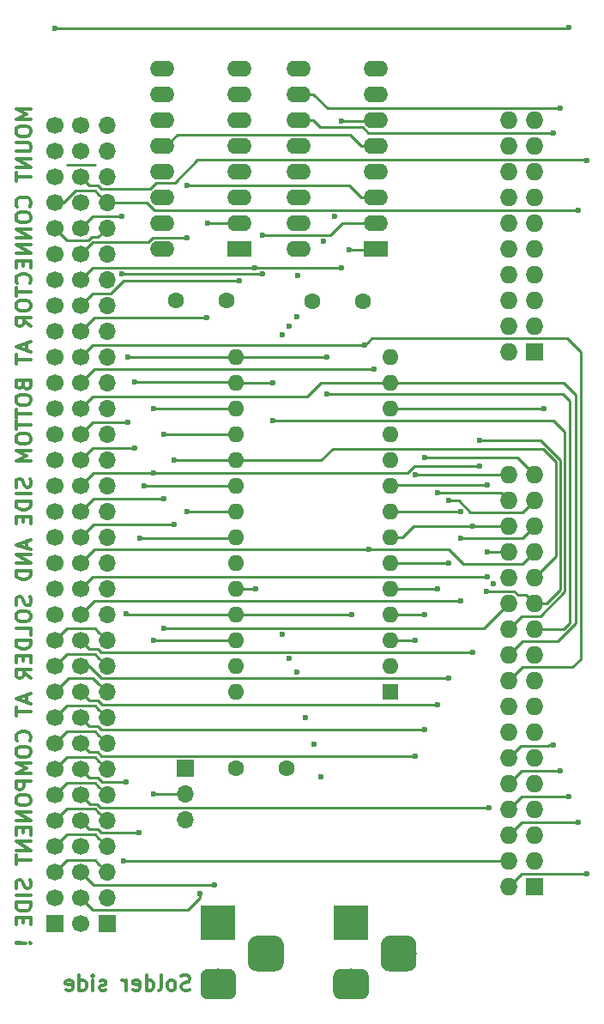
<source format=gbr>
G04 #@! TF.GenerationSoftware,KiCad,Pcbnew,(5.1.2-1)-1*
G04 #@! TF.CreationDate,2022-02-01T20:28:38+01:00*
G04 #@! TF.ProjectId,AtomIOExt,41746f6d-494f-4457-9874-2e6b69636164,1.0*
G04 #@! TF.SameCoordinates,Original*
G04 #@! TF.FileFunction,Copper,L4,Bot*
G04 #@! TF.FilePolarity,Positive*
%FSLAX46Y46*%
G04 Gerber Fmt 4.6, Leading zero omitted, Abs format (unit mm)*
G04 Created by KiCad (PCBNEW (5.1.2-1)-1) date 2022-02-01 20:28:38*
%MOMM*%
%LPD*%
G04 APERTURE LIST*
%ADD10C,0.300000*%
%ADD11O,1.700000X1.700000*%
%ADD12R,1.700000X1.700000*%
%ADD13O,1.727200X1.727200*%
%ADD14R,1.727200X1.727200*%
%ADD15O,1.600000X1.600000*%
%ADD16R,1.600000X1.600000*%
%ADD17O,2.400000X1.600000*%
%ADD18R,2.400000X1.600000*%
%ADD19C,1.700000*%
%ADD20C,0.100000*%
%ADD21C,3.500000*%
%ADD22C,3.000000*%
%ADD23R,3.500000X3.500000*%
%ADD24C,1.600000*%
%ADD25C,0.600000*%
%ADD26C,0.250000*%
G04 APERTURE END LIST*
D10*
X89992857Y-153307142D02*
X89778571Y-153378571D01*
X89421428Y-153378571D01*
X89278571Y-153307142D01*
X89207142Y-153235714D01*
X89135714Y-153092857D01*
X89135714Y-152950000D01*
X89207142Y-152807142D01*
X89278571Y-152735714D01*
X89421428Y-152664285D01*
X89707142Y-152592857D01*
X89850000Y-152521428D01*
X89921428Y-152450000D01*
X89992857Y-152307142D01*
X89992857Y-152164285D01*
X89921428Y-152021428D01*
X89850000Y-151950000D01*
X89707142Y-151878571D01*
X89350000Y-151878571D01*
X89135714Y-151950000D01*
X88278571Y-153378571D02*
X88421428Y-153307142D01*
X88492857Y-153235714D01*
X88564285Y-153092857D01*
X88564285Y-152664285D01*
X88492857Y-152521428D01*
X88421428Y-152450000D01*
X88278571Y-152378571D01*
X88064285Y-152378571D01*
X87921428Y-152450000D01*
X87850000Y-152521428D01*
X87778571Y-152664285D01*
X87778571Y-153092857D01*
X87850000Y-153235714D01*
X87921428Y-153307142D01*
X88064285Y-153378571D01*
X88278571Y-153378571D01*
X86921428Y-153378571D02*
X87064285Y-153307142D01*
X87135714Y-153164285D01*
X87135714Y-151878571D01*
X85707142Y-153378571D02*
X85707142Y-151878571D01*
X85707142Y-153307142D02*
X85850000Y-153378571D01*
X86135714Y-153378571D01*
X86278571Y-153307142D01*
X86350000Y-153235714D01*
X86421428Y-153092857D01*
X86421428Y-152664285D01*
X86350000Y-152521428D01*
X86278571Y-152450000D01*
X86135714Y-152378571D01*
X85850000Y-152378571D01*
X85707142Y-152450000D01*
X84421428Y-153307142D02*
X84564285Y-153378571D01*
X84850000Y-153378571D01*
X84992857Y-153307142D01*
X85064285Y-153164285D01*
X85064285Y-152592857D01*
X84992857Y-152450000D01*
X84850000Y-152378571D01*
X84564285Y-152378571D01*
X84421428Y-152450000D01*
X84350000Y-152592857D01*
X84350000Y-152735714D01*
X85064285Y-152878571D01*
X83707142Y-153378571D02*
X83707142Y-152378571D01*
X83707142Y-152664285D02*
X83635714Y-152521428D01*
X83564285Y-152450000D01*
X83421428Y-152378571D01*
X83278571Y-152378571D01*
X81707142Y-153307142D02*
X81564285Y-153378571D01*
X81278571Y-153378571D01*
X81135714Y-153307142D01*
X81064285Y-153164285D01*
X81064285Y-153092857D01*
X81135714Y-152950000D01*
X81278571Y-152878571D01*
X81492857Y-152878571D01*
X81635714Y-152807142D01*
X81707142Y-152664285D01*
X81707142Y-152592857D01*
X81635714Y-152450000D01*
X81492857Y-152378571D01*
X81278571Y-152378571D01*
X81135714Y-152450000D01*
X80421428Y-153378571D02*
X80421428Y-152378571D01*
X80421428Y-151878571D02*
X80492857Y-151950000D01*
X80421428Y-152021428D01*
X80350000Y-151950000D01*
X80421428Y-151878571D01*
X80421428Y-152021428D01*
X79064285Y-153378571D02*
X79064285Y-151878571D01*
X79064285Y-153307142D02*
X79207142Y-153378571D01*
X79492857Y-153378571D01*
X79635714Y-153307142D01*
X79707142Y-153235714D01*
X79778571Y-153092857D01*
X79778571Y-152664285D01*
X79707142Y-152521428D01*
X79635714Y-152450000D01*
X79492857Y-152378571D01*
X79207142Y-152378571D01*
X79064285Y-152450000D01*
X77778571Y-153307142D02*
X77921428Y-153378571D01*
X78207142Y-153378571D01*
X78350000Y-153307142D01*
X78421428Y-153164285D01*
X78421428Y-152592857D01*
X78350000Y-152450000D01*
X78207142Y-152378571D01*
X77921428Y-152378571D01*
X77778571Y-152450000D01*
X77707142Y-152592857D01*
X77707142Y-152735714D01*
X78421428Y-152878571D01*
X74328571Y-66492857D02*
X72828571Y-66492857D01*
X73900000Y-66992857D01*
X72828571Y-67492857D01*
X74328571Y-67492857D01*
X72828571Y-68492857D02*
X72828571Y-68778571D01*
X72900000Y-68921428D01*
X73042857Y-69064285D01*
X73328571Y-69135714D01*
X73828571Y-69135714D01*
X74114285Y-69064285D01*
X74257142Y-68921428D01*
X74328571Y-68778571D01*
X74328571Y-68492857D01*
X74257142Y-68350000D01*
X74114285Y-68207142D01*
X73828571Y-68135714D01*
X73328571Y-68135714D01*
X73042857Y-68207142D01*
X72900000Y-68350000D01*
X72828571Y-68492857D01*
X72828571Y-69778571D02*
X74042857Y-69778571D01*
X74185714Y-69850000D01*
X74257142Y-69921428D01*
X74328571Y-70064285D01*
X74328571Y-70350000D01*
X74257142Y-70492857D01*
X74185714Y-70564285D01*
X74042857Y-70635714D01*
X72828571Y-70635714D01*
X74328571Y-71350000D02*
X72828571Y-71350000D01*
X74328571Y-72207142D01*
X72828571Y-72207142D01*
X72828571Y-72707142D02*
X72828571Y-73564285D01*
X74328571Y-73135714D02*
X72828571Y-73135714D01*
X74185714Y-76064285D02*
X74257142Y-75992857D01*
X74328571Y-75778571D01*
X74328571Y-75635714D01*
X74257142Y-75421428D01*
X74114285Y-75278571D01*
X73971428Y-75207142D01*
X73685714Y-75135714D01*
X73471428Y-75135714D01*
X73185714Y-75207142D01*
X73042857Y-75278571D01*
X72900000Y-75421428D01*
X72828571Y-75635714D01*
X72828571Y-75778571D01*
X72900000Y-75992857D01*
X72971428Y-76064285D01*
X72828571Y-76992857D02*
X72828571Y-77278571D01*
X72900000Y-77421428D01*
X73042857Y-77564285D01*
X73328571Y-77635714D01*
X73828571Y-77635714D01*
X74114285Y-77564285D01*
X74257142Y-77421428D01*
X74328571Y-77278571D01*
X74328571Y-76992857D01*
X74257142Y-76850000D01*
X74114285Y-76707142D01*
X73828571Y-76635714D01*
X73328571Y-76635714D01*
X73042857Y-76707142D01*
X72900000Y-76850000D01*
X72828571Y-76992857D01*
X74328571Y-78278571D02*
X72828571Y-78278571D01*
X74328571Y-79135714D01*
X72828571Y-79135714D01*
X74328571Y-79850000D02*
X72828571Y-79850000D01*
X74328571Y-80707142D01*
X72828571Y-80707142D01*
X73542857Y-81421428D02*
X73542857Y-81921428D01*
X74328571Y-82135714D02*
X74328571Y-81421428D01*
X72828571Y-81421428D01*
X72828571Y-82135714D01*
X74185714Y-83635714D02*
X74257142Y-83564285D01*
X74328571Y-83350000D01*
X74328571Y-83207142D01*
X74257142Y-82992857D01*
X74114285Y-82850000D01*
X73971428Y-82778571D01*
X73685714Y-82707142D01*
X73471428Y-82707142D01*
X73185714Y-82778571D01*
X73042857Y-82850000D01*
X72900000Y-82992857D01*
X72828571Y-83207142D01*
X72828571Y-83350000D01*
X72900000Y-83564285D01*
X72971428Y-83635714D01*
X72828571Y-84064285D02*
X72828571Y-84921428D01*
X74328571Y-84492857D02*
X72828571Y-84492857D01*
X72828571Y-85707142D02*
X72828571Y-85992857D01*
X72900000Y-86135714D01*
X73042857Y-86278571D01*
X73328571Y-86350000D01*
X73828571Y-86350000D01*
X74114285Y-86278571D01*
X74257142Y-86135714D01*
X74328571Y-85992857D01*
X74328571Y-85707142D01*
X74257142Y-85564285D01*
X74114285Y-85421428D01*
X73828571Y-85350000D01*
X73328571Y-85350000D01*
X73042857Y-85421428D01*
X72900000Y-85564285D01*
X72828571Y-85707142D01*
X74328571Y-87850000D02*
X73614285Y-87350000D01*
X74328571Y-86992857D02*
X72828571Y-86992857D01*
X72828571Y-87564285D01*
X72900000Y-87707142D01*
X72971428Y-87778571D01*
X73114285Y-87850000D01*
X73328571Y-87850000D01*
X73471428Y-87778571D01*
X73542857Y-87707142D01*
X73614285Y-87564285D01*
X73614285Y-86992857D01*
X73900000Y-89564285D02*
X73900000Y-90278571D01*
X74328571Y-89421428D02*
X72828571Y-89921428D01*
X74328571Y-90421428D01*
X72828571Y-90707142D02*
X72828571Y-91564285D01*
X74328571Y-91135714D02*
X72828571Y-91135714D01*
X73542857Y-93707142D02*
X73614285Y-93921428D01*
X73685714Y-93992857D01*
X73828571Y-94064285D01*
X74042857Y-94064285D01*
X74185714Y-93992857D01*
X74257142Y-93921428D01*
X74328571Y-93778571D01*
X74328571Y-93207142D01*
X72828571Y-93207142D01*
X72828571Y-93707142D01*
X72900000Y-93850000D01*
X72971428Y-93921428D01*
X73114285Y-93992857D01*
X73257142Y-93992857D01*
X73400000Y-93921428D01*
X73471428Y-93850000D01*
X73542857Y-93707142D01*
X73542857Y-93207142D01*
X72828571Y-94992857D02*
X72828571Y-95278571D01*
X72900000Y-95421428D01*
X73042857Y-95564285D01*
X73328571Y-95635714D01*
X73828571Y-95635714D01*
X74114285Y-95564285D01*
X74257142Y-95421428D01*
X74328571Y-95278571D01*
X74328571Y-94992857D01*
X74257142Y-94850000D01*
X74114285Y-94707142D01*
X73828571Y-94635714D01*
X73328571Y-94635714D01*
X73042857Y-94707142D01*
X72900000Y-94850000D01*
X72828571Y-94992857D01*
X72828571Y-96064285D02*
X72828571Y-96921428D01*
X74328571Y-96492857D02*
X72828571Y-96492857D01*
X72828571Y-97207142D02*
X72828571Y-98064285D01*
X74328571Y-97635714D02*
X72828571Y-97635714D01*
X72828571Y-98850000D02*
X72828571Y-99135714D01*
X72900000Y-99278571D01*
X73042857Y-99421428D01*
X73328571Y-99492857D01*
X73828571Y-99492857D01*
X74114285Y-99421428D01*
X74257142Y-99278571D01*
X74328571Y-99135714D01*
X74328571Y-98850000D01*
X74257142Y-98707142D01*
X74114285Y-98564285D01*
X73828571Y-98492857D01*
X73328571Y-98492857D01*
X73042857Y-98564285D01*
X72900000Y-98707142D01*
X72828571Y-98850000D01*
X74328571Y-100135714D02*
X72828571Y-100135714D01*
X73900000Y-100635714D01*
X72828571Y-101135714D01*
X74328571Y-101135714D01*
X74257142Y-102921428D02*
X74328571Y-103135714D01*
X74328571Y-103492857D01*
X74257142Y-103635714D01*
X74185714Y-103707142D01*
X74042857Y-103778571D01*
X73900000Y-103778571D01*
X73757142Y-103707142D01*
X73685714Y-103635714D01*
X73614285Y-103492857D01*
X73542857Y-103207142D01*
X73471428Y-103064285D01*
X73400000Y-102992857D01*
X73257142Y-102921428D01*
X73114285Y-102921428D01*
X72971428Y-102992857D01*
X72900000Y-103064285D01*
X72828571Y-103207142D01*
X72828571Y-103564285D01*
X72900000Y-103778571D01*
X74328571Y-104421428D02*
X72828571Y-104421428D01*
X74328571Y-105135714D02*
X72828571Y-105135714D01*
X72828571Y-105492857D01*
X72900000Y-105707142D01*
X73042857Y-105850000D01*
X73185714Y-105921428D01*
X73471428Y-105992857D01*
X73685714Y-105992857D01*
X73971428Y-105921428D01*
X74114285Y-105850000D01*
X74257142Y-105707142D01*
X74328571Y-105492857D01*
X74328571Y-105135714D01*
X73542857Y-106635714D02*
X73542857Y-107135714D01*
X74328571Y-107350000D02*
X74328571Y-106635714D01*
X72828571Y-106635714D01*
X72828571Y-107350000D01*
X73900000Y-109064285D02*
X73900000Y-109778571D01*
X74328571Y-108921428D02*
X72828571Y-109421428D01*
X74328571Y-109921428D01*
X74328571Y-110421428D02*
X72828571Y-110421428D01*
X74328571Y-111278571D01*
X72828571Y-111278571D01*
X74328571Y-111992857D02*
X72828571Y-111992857D01*
X72828571Y-112350000D01*
X72900000Y-112564285D01*
X73042857Y-112707142D01*
X73185714Y-112778571D01*
X73471428Y-112850000D01*
X73685714Y-112850000D01*
X73971428Y-112778571D01*
X74114285Y-112707142D01*
X74257142Y-112564285D01*
X74328571Y-112350000D01*
X74328571Y-111992857D01*
X74257142Y-114564285D02*
X74328571Y-114778571D01*
X74328571Y-115135714D01*
X74257142Y-115278571D01*
X74185714Y-115350000D01*
X74042857Y-115421428D01*
X73900000Y-115421428D01*
X73757142Y-115350000D01*
X73685714Y-115278571D01*
X73614285Y-115135714D01*
X73542857Y-114850000D01*
X73471428Y-114707142D01*
X73400000Y-114635714D01*
X73257142Y-114564285D01*
X73114285Y-114564285D01*
X72971428Y-114635714D01*
X72900000Y-114707142D01*
X72828571Y-114850000D01*
X72828571Y-115207142D01*
X72900000Y-115421428D01*
X72828571Y-116350000D02*
X72828571Y-116635714D01*
X72900000Y-116778571D01*
X73042857Y-116921428D01*
X73328571Y-116992857D01*
X73828571Y-116992857D01*
X74114285Y-116921428D01*
X74257142Y-116778571D01*
X74328571Y-116635714D01*
X74328571Y-116350000D01*
X74257142Y-116207142D01*
X74114285Y-116064285D01*
X73828571Y-115992857D01*
X73328571Y-115992857D01*
X73042857Y-116064285D01*
X72900000Y-116207142D01*
X72828571Y-116350000D01*
X74328571Y-118350000D02*
X74328571Y-117635714D01*
X72828571Y-117635714D01*
X74328571Y-118850000D02*
X72828571Y-118850000D01*
X72828571Y-119207142D01*
X72900000Y-119421428D01*
X73042857Y-119564285D01*
X73185714Y-119635714D01*
X73471428Y-119707142D01*
X73685714Y-119707142D01*
X73971428Y-119635714D01*
X74114285Y-119564285D01*
X74257142Y-119421428D01*
X74328571Y-119207142D01*
X74328571Y-118850000D01*
X73542857Y-120350000D02*
X73542857Y-120850000D01*
X74328571Y-121064285D02*
X74328571Y-120350000D01*
X72828571Y-120350000D01*
X72828571Y-121064285D01*
X74328571Y-122564285D02*
X73614285Y-122064285D01*
X74328571Y-121707142D02*
X72828571Y-121707142D01*
X72828571Y-122278571D01*
X72900000Y-122421428D01*
X72971428Y-122492857D01*
X73114285Y-122564285D01*
X73328571Y-122564285D01*
X73471428Y-122492857D01*
X73542857Y-122421428D01*
X73614285Y-122278571D01*
X73614285Y-121707142D01*
X73900000Y-124278571D02*
X73900000Y-124992857D01*
X74328571Y-124135714D02*
X72828571Y-124635714D01*
X74328571Y-125135714D01*
X72828571Y-125421428D02*
X72828571Y-126278571D01*
X74328571Y-125850000D02*
X72828571Y-125850000D01*
X74185714Y-128778571D02*
X74257142Y-128707142D01*
X74328571Y-128492857D01*
X74328571Y-128350000D01*
X74257142Y-128135714D01*
X74114285Y-127992857D01*
X73971428Y-127921428D01*
X73685714Y-127850000D01*
X73471428Y-127850000D01*
X73185714Y-127921428D01*
X73042857Y-127992857D01*
X72900000Y-128135714D01*
X72828571Y-128350000D01*
X72828571Y-128492857D01*
X72900000Y-128707142D01*
X72971428Y-128778571D01*
X72828571Y-129707142D02*
X72828571Y-129992857D01*
X72900000Y-130135714D01*
X73042857Y-130278571D01*
X73328571Y-130350000D01*
X73828571Y-130350000D01*
X74114285Y-130278571D01*
X74257142Y-130135714D01*
X74328571Y-129992857D01*
X74328571Y-129707142D01*
X74257142Y-129564285D01*
X74114285Y-129421428D01*
X73828571Y-129350000D01*
X73328571Y-129350000D01*
X73042857Y-129421428D01*
X72900000Y-129564285D01*
X72828571Y-129707142D01*
X74328571Y-130992857D02*
X72828571Y-130992857D01*
X73900000Y-131492857D01*
X72828571Y-131992857D01*
X74328571Y-131992857D01*
X74328571Y-132707142D02*
X72828571Y-132707142D01*
X72828571Y-133278571D01*
X72900000Y-133421428D01*
X72971428Y-133492857D01*
X73114285Y-133564285D01*
X73328571Y-133564285D01*
X73471428Y-133492857D01*
X73542857Y-133421428D01*
X73614285Y-133278571D01*
X73614285Y-132707142D01*
X72828571Y-134492857D02*
X72828571Y-134778571D01*
X72900000Y-134921428D01*
X73042857Y-135064285D01*
X73328571Y-135135714D01*
X73828571Y-135135714D01*
X74114285Y-135064285D01*
X74257142Y-134921428D01*
X74328571Y-134778571D01*
X74328571Y-134492857D01*
X74257142Y-134350000D01*
X74114285Y-134207142D01*
X73828571Y-134135714D01*
X73328571Y-134135714D01*
X73042857Y-134207142D01*
X72900000Y-134350000D01*
X72828571Y-134492857D01*
X74328571Y-135778571D02*
X72828571Y-135778571D01*
X74328571Y-136635714D01*
X72828571Y-136635714D01*
X73542857Y-137350000D02*
X73542857Y-137850000D01*
X74328571Y-138064285D02*
X74328571Y-137350000D01*
X72828571Y-137350000D01*
X72828571Y-138064285D01*
X74328571Y-138707142D02*
X72828571Y-138707142D01*
X74328571Y-139564285D01*
X72828571Y-139564285D01*
X72828571Y-140064285D02*
X72828571Y-140921428D01*
X74328571Y-140492857D02*
X72828571Y-140492857D01*
X74257142Y-142492857D02*
X74328571Y-142707142D01*
X74328571Y-143064285D01*
X74257142Y-143207142D01*
X74185714Y-143278571D01*
X74042857Y-143350000D01*
X73900000Y-143350000D01*
X73757142Y-143278571D01*
X73685714Y-143207142D01*
X73614285Y-143064285D01*
X73542857Y-142778571D01*
X73471428Y-142635714D01*
X73400000Y-142564285D01*
X73257142Y-142492857D01*
X73114285Y-142492857D01*
X72971428Y-142564285D01*
X72900000Y-142635714D01*
X72828571Y-142778571D01*
X72828571Y-143135714D01*
X72900000Y-143350000D01*
X74328571Y-143992857D02*
X72828571Y-143992857D01*
X74328571Y-144707142D02*
X72828571Y-144707142D01*
X72828571Y-145064285D01*
X72900000Y-145278571D01*
X73042857Y-145421428D01*
X73185714Y-145492857D01*
X73471428Y-145564285D01*
X73685714Y-145564285D01*
X73971428Y-145492857D01*
X74114285Y-145421428D01*
X74257142Y-145278571D01*
X74328571Y-145064285D01*
X74328571Y-144707142D01*
X73542857Y-146207142D02*
X73542857Y-146707142D01*
X74328571Y-146921428D02*
X74328571Y-146207142D01*
X72828571Y-146207142D01*
X72828571Y-146921428D01*
X74185714Y-148707142D02*
X74257142Y-148778571D01*
X74328571Y-148707142D01*
X74257142Y-148635714D01*
X74185714Y-148707142D01*
X74328571Y-148707142D01*
X73757142Y-148707142D02*
X72900000Y-148635714D01*
X72828571Y-148707142D01*
X72900000Y-148778571D01*
X73757142Y-148707142D01*
X72828571Y-148707142D01*
D11*
X81800000Y-68060000D03*
X81800000Y-70600000D03*
X81800000Y-73140000D03*
X81800000Y-75680000D03*
X81800000Y-78220000D03*
X81800000Y-80760000D03*
X81800000Y-83300000D03*
X81800000Y-85840000D03*
X81800000Y-88380000D03*
X81800000Y-90920000D03*
X81800000Y-93460000D03*
X81800000Y-96000000D03*
X81800000Y-98540000D03*
X81800000Y-101080000D03*
X81800000Y-103620000D03*
X81800000Y-106160000D03*
X81800000Y-108700000D03*
X81800000Y-111240000D03*
X81800000Y-113780000D03*
X81800000Y-116320000D03*
X81800000Y-118860000D03*
X81800000Y-121400000D03*
X81800000Y-123940000D03*
X81800000Y-126480000D03*
X81800000Y-129020000D03*
X81800000Y-131560000D03*
X81800000Y-134100000D03*
X81800000Y-136640000D03*
X81800000Y-139180000D03*
X81800000Y-141720000D03*
X81800000Y-144260000D03*
D12*
X81800000Y-146800000D03*
D13*
X121460000Y-102510000D03*
X124000000Y-102510000D03*
X121460000Y-105050000D03*
X124000000Y-105050000D03*
X121460000Y-107590000D03*
X124000000Y-107590000D03*
X121460000Y-110130000D03*
X124000000Y-110130000D03*
X121460000Y-112670000D03*
X124000000Y-112670000D03*
X121460000Y-115210000D03*
X124000000Y-115210000D03*
X121460000Y-117750000D03*
X124000000Y-117750000D03*
X121460000Y-120290000D03*
X124000000Y-120290000D03*
X121460000Y-122830000D03*
X124000000Y-122830000D03*
X121460000Y-125370000D03*
X124000000Y-125370000D03*
X121460000Y-127910000D03*
X124000000Y-127910000D03*
X121460000Y-130450000D03*
X124000000Y-130450000D03*
X121460000Y-132990000D03*
X124000000Y-132990000D03*
X121460000Y-135530000D03*
X124000000Y-135530000D03*
X121460000Y-138070000D03*
X124000000Y-138070000D03*
X121460000Y-140610000D03*
X124000000Y-140610000D03*
X121460000Y-143150000D03*
D14*
X124000000Y-143150000D03*
D13*
X121460000Y-67590000D03*
X124000000Y-67590000D03*
X121460000Y-70130000D03*
X124000000Y-70130000D03*
X121460000Y-72670000D03*
X124000000Y-72670000D03*
X121460000Y-75210000D03*
X124000000Y-75210000D03*
X121460000Y-77750000D03*
X124000000Y-77750000D03*
X121460000Y-80290000D03*
X124000000Y-80290000D03*
X121460000Y-82830000D03*
X124000000Y-82830000D03*
X121460000Y-85370000D03*
X124000000Y-85370000D03*
X121460000Y-87910000D03*
X124000000Y-87910000D03*
X121460000Y-90450000D03*
D14*
X124000000Y-90450000D03*
D15*
X94560000Y-123950000D03*
X109800000Y-90930000D03*
X94560000Y-121410000D03*
X109800000Y-93470000D03*
X94560000Y-118870000D03*
X109800000Y-96010000D03*
X94560000Y-116330000D03*
X109800000Y-98550000D03*
X94560000Y-113790000D03*
X109800000Y-101090000D03*
X94560000Y-111250000D03*
X109800000Y-103630000D03*
X94560000Y-108710000D03*
X109800000Y-106170000D03*
X94560000Y-106170000D03*
X109800000Y-108710000D03*
X94560000Y-103630000D03*
X109800000Y-111250000D03*
X94560000Y-101090000D03*
X109800000Y-113790000D03*
X94560000Y-98550000D03*
X109800000Y-116330000D03*
X94560000Y-96010000D03*
X109800000Y-118870000D03*
X94560000Y-93470000D03*
X109800000Y-121410000D03*
X94560000Y-90930000D03*
D16*
X109800000Y-123950000D03*
D17*
X100730000Y-80250000D03*
X108350000Y-62470000D03*
X100730000Y-77710000D03*
X108350000Y-65010000D03*
X100730000Y-75170000D03*
X108350000Y-67550000D03*
X100730000Y-72630000D03*
X108350000Y-70090000D03*
X100730000Y-70090000D03*
X108350000Y-72630000D03*
X100730000Y-67550000D03*
X108350000Y-75170000D03*
X100730000Y-65010000D03*
X108350000Y-77710000D03*
X100730000Y-62470000D03*
D18*
X108350000Y-80250000D03*
D17*
X87230000Y-80250000D03*
X94850000Y-62470000D03*
X87230000Y-77710000D03*
X94850000Y-65010000D03*
X87230000Y-75170000D03*
X94850000Y-67550000D03*
X87230000Y-72630000D03*
X94850000Y-70090000D03*
X87230000Y-70090000D03*
X94850000Y-72630000D03*
X87230000Y-67550000D03*
X94850000Y-75170000D03*
X87230000Y-65010000D03*
X94850000Y-77710000D03*
X87230000Y-62470000D03*
D18*
X94850000Y-80250000D03*
D19*
X79240000Y-68060000D03*
X76700000Y-68060000D03*
X79240000Y-70600000D03*
X76700000Y-70600000D03*
X79240000Y-73140000D03*
X76700000Y-73140000D03*
X79240000Y-75680000D03*
X76700000Y-75680000D03*
X79240000Y-78220000D03*
X76700000Y-78220000D03*
X79240000Y-80760000D03*
X76700000Y-80760000D03*
X79240000Y-83300000D03*
X76700000Y-83300000D03*
X79240000Y-85840000D03*
X76700000Y-85840000D03*
X79240000Y-88380000D03*
X76700000Y-88380000D03*
X79240000Y-90920000D03*
X76700000Y-90920000D03*
X79240000Y-93460000D03*
X76700000Y-93460000D03*
X79240000Y-96000000D03*
X76700000Y-96000000D03*
X79240000Y-98540000D03*
X76700000Y-98540000D03*
X79240000Y-101080000D03*
X76700000Y-101080000D03*
X79240000Y-103620000D03*
X76700000Y-103620000D03*
X79240000Y-106160000D03*
X76700000Y-106160000D03*
X79240000Y-108700000D03*
X76700000Y-108700000D03*
X79240000Y-111240000D03*
X76700000Y-111240000D03*
X79240000Y-113780000D03*
X76700000Y-113780000D03*
X79240000Y-116320000D03*
X76700000Y-116320000D03*
X79240000Y-118860000D03*
X76700000Y-118860000D03*
X79240000Y-121400000D03*
X76700000Y-121400000D03*
X79240000Y-123940000D03*
X76700000Y-123940000D03*
X79240000Y-126480000D03*
X76700000Y-126480000D03*
X79240000Y-129020000D03*
X76700000Y-129020000D03*
X79240000Y-131560000D03*
X76700000Y-131560000D03*
X79240000Y-134100000D03*
X76700000Y-134100000D03*
X79240000Y-136640000D03*
X76700000Y-136640000D03*
X79240000Y-139180000D03*
X76700000Y-139180000D03*
X79240000Y-141720000D03*
X76700000Y-141720000D03*
X79240000Y-144260000D03*
X76700000Y-144260000D03*
X79240000Y-146800000D03*
D12*
X76700000Y-146800000D03*
D20*
G36*
X111560765Y-148004213D02*
G01*
X111645704Y-148016813D01*
X111728999Y-148037677D01*
X111809848Y-148066605D01*
X111887472Y-148103319D01*
X111961124Y-148147464D01*
X112030094Y-148198616D01*
X112093718Y-148256282D01*
X112151384Y-148319906D01*
X112202536Y-148388876D01*
X112246681Y-148462528D01*
X112283395Y-148540152D01*
X112312323Y-148621001D01*
X112333187Y-148704296D01*
X112345787Y-148789235D01*
X112350000Y-148875000D01*
X112350000Y-150625000D01*
X112345787Y-150710765D01*
X112333187Y-150795704D01*
X112312323Y-150878999D01*
X112283395Y-150959848D01*
X112246681Y-151037472D01*
X112202536Y-151111124D01*
X112151384Y-151180094D01*
X112093718Y-151243718D01*
X112030094Y-151301384D01*
X111961124Y-151352536D01*
X111887472Y-151396681D01*
X111809848Y-151433395D01*
X111728999Y-151462323D01*
X111645704Y-151483187D01*
X111560765Y-151495787D01*
X111475000Y-151500000D01*
X109725000Y-151500000D01*
X109639235Y-151495787D01*
X109554296Y-151483187D01*
X109471001Y-151462323D01*
X109390152Y-151433395D01*
X109312528Y-151396681D01*
X109238876Y-151352536D01*
X109169906Y-151301384D01*
X109106282Y-151243718D01*
X109048616Y-151180094D01*
X108997464Y-151111124D01*
X108953319Y-151037472D01*
X108916605Y-150959848D01*
X108887677Y-150878999D01*
X108866813Y-150795704D01*
X108854213Y-150710765D01*
X108850000Y-150625000D01*
X108850000Y-148875000D01*
X108854213Y-148789235D01*
X108866813Y-148704296D01*
X108887677Y-148621001D01*
X108916605Y-148540152D01*
X108953319Y-148462528D01*
X108997464Y-148388876D01*
X109048616Y-148319906D01*
X109106282Y-148256282D01*
X109169906Y-148198616D01*
X109238876Y-148147464D01*
X109312528Y-148103319D01*
X109390152Y-148066605D01*
X109471001Y-148037677D01*
X109554296Y-148016813D01*
X109639235Y-148004213D01*
X109725000Y-148000000D01*
X111475000Y-148000000D01*
X111560765Y-148004213D01*
X111560765Y-148004213D01*
G37*
D21*
X110600000Y-149750000D03*
D20*
G36*
X106973513Y-151253611D02*
G01*
X107046318Y-151264411D01*
X107117714Y-151282295D01*
X107187013Y-151307090D01*
X107253548Y-151338559D01*
X107316678Y-151376398D01*
X107375795Y-151420242D01*
X107430330Y-151469670D01*
X107479758Y-151524205D01*
X107523602Y-151583322D01*
X107561441Y-151646452D01*
X107592910Y-151712987D01*
X107617705Y-151782286D01*
X107635589Y-151853682D01*
X107646389Y-151926487D01*
X107650000Y-152000000D01*
X107650000Y-153500000D01*
X107646389Y-153573513D01*
X107635589Y-153646318D01*
X107617705Y-153717714D01*
X107592910Y-153787013D01*
X107561441Y-153853548D01*
X107523602Y-153916678D01*
X107479758Y-153975795D01*
X107430330Y-154030330D01*
X107375795Y-154079758D01*
X107316678Y-154123602D01*
X107253548Y-154161441D01*
X107187013Y-154192910D01*
X107117714Y-154217705D01*
X107046318Y-154235589D01*
X106973513Y-154246389D01*
X106900000Y-154250000D01*
X104900000Y-154250000D01*
X104826487Y-154246389D01*
X104753682Y-154235589D01*
X104682286Y-154217705D01*
X104612987Y-154192910D01*
X104546452Y-154161441D01*
X104483322Y-154123602D01*
X104424205Y-154079758D01*
X104369670Y-154030330D01*
X104320242Y-153975795D01*
X104276398Y-153916678D01*
X104238559Y-153853548D01*
X104207090Y-153787013D01*
X104182295Y-153717714D01*
X104164411Y-153646318D01*
X104153611Y-153573513D01*
X104150000Y-153500000D01*
X104150000Y-152000000D01*
X104153611Y-151926487D01*
X104164411Y-151853682D01*
X104182295Y-151782286D01*
X104207090Y-151712987D01*
X104238559Y-151646452D01*
X104276398Y-151583322D01*
X104320242Y-151524205D01*
X104369670Y-151469670D01*
X104424205Y-151420242D01*
X104483322Y-151376398D01*
X104546452Y-151338559D01*
X104612987Y-151307090D01*
X104682286Y-151282295D01*
X104753682Y-151264411D01*
X104826487Y-151253611D01*
X104900000Y-151250000D01*
X106900000Y-151250000D01*
X106973513Y-151253611D01*
X106973513Y-151253611D01*
G37*
D22*
X105900000Y-152750000D03*
D23*
X105900000Y-146750000D03*
D20*
G36*
X98460765Y-148004213D02*
G01*
X98545704Y-148016813D01*
X98628999Y-148037677D01*
X98709848Y-148066605D01*
X98787472Y-148103319D01*
X98861124Y-148147464D01*
X98930094Y-148198616D01*
X98993718Y-148256282D01*
X99051384Y-148319906D01*
X99102536Y-148388876D01*
X99146681Y-148462528D01*
X99183395Y-148540152D01*
X99212323Y-148621001D01*
X99233187Y-148704296D01*
X99245787Y-148789235D01*
X99250000Y-148875000D01*
X99250000Y-150625000D01*
X99245787Y-150710765D01*
X99233187Y-150795704D01*
X99212323Y-150878999D01*
X99183395Y-150959848D01*
X99146681Y-151037472D01*
X99102536Y-151111124D01*
X99051384Y-151180094D01*
X98993718Y-151243718D01*
X98930094Y-151301384D01*
X98861124Y-151352536D01*
X98787472Y-151396681D01*
X98709848Y-151433395D01*
X98628999Y-151462323D01*
X98545704Y-151483187D01*
X98460765Y-151495787D01*
X98375000Y-151500000D01*
X96625000Y-151500000D01*
X96539235Y-151495787D01*
X96454296Y-151483187D01*
X96371001Y-151462323D01*
X96290152Y-151433395D01*
X96212528Y-151396681D01*
X96138876Y-151352536D01*
X96069906Y-151301384D01*
X96006282Y-151243718D01*
X95948616Y-151180094D01*
X95897464Y-151111124D01*
X95853319Y-151037472D01*
X95816605Y-150959848D01*
X95787677Y-150878999D01*
X95766813Y-150795704D01*
X95754213Y-150710765D01*
X95750000Y-150625000D01*
X95750000Y-148875000D01*
X95754213Y-148789235D01*
X95766813Y-148704296D01*
X95787677Y-148621001D01*
X95816605Y-148540152D01*
X95853319Y-148462528D01*
X95897464Y-148388876D01*
X95948616Y-148319906D01*
X96006282Y-148256282D01*
X96069906Y-148198616D01*
X96138876Y-148147464D01*
X96212528Y-148103319D01*
X96290152Y-148066605D01*
X96371001Y-148037677D01*
X96454296Y-148016813D01*
X96539235Y-148004213D01*
X96625000Y-148000000D01*
X98375000Y-148000000D01*
X98460765Y-148004213D01*
X98460765Y-148004213D01*
G37*
D21*
X97500000Y-149750000D03*
D20*
G36*
X93873513Y-151253611D02*
G01*
X93946318Y-151264411D01*
X94017714Y-151282295D01*
X94087013Y-151307090D01*
X94153548Y-151338559D01*
X94216678Y-151376398D01*
X94275795Y-151420242D01*
X94330330Y-151469670D01*
X94379758Y-151524205D01*
X94423602Y-151583322D01*
X94461441Y-151646452D01*
X94492910Y-151712987D01*
X94517705Y-151782286D01*
X94535589Y-151853682D01*
X94546389Y-151926487D01*
X94550000Y-152000000D01*
X94550000Y-153500000D01*
X94546389Y-153573513D01*
X94535589Y-153646318D01*
X94517705Y-153717714D01*
X94492910Y-153787013D01*
X94461441Y-153853548D01*
X94423602Y-153916678D01*
X94379758Y-153975795D01*
X94330330Y-154030330D01*
X94275795Y-154079758D01*
X94216678Y-154123602D01*
X94153548Y-154161441D01*
X94087013Y-154192910D01*
X94017714Y-154217705D01*
X93946318Y-154235589D01*
X93873513Y-154246389D01*
X93800000Y-154250000D01*
X91800000Y-154250000D01*
X91726487Y-154246389D01*
X91653682Y-154235589D01*
X91582286Y-154217705D01*
X91512987Y-154192910D01*
X91446452Y-154161441D01*
X91383322Y-154123602D01*
X91324205Y-154079758D01*
X91269670Y-154030330D01*
X91220242Y-153975795D01*
X91176398Y-153916678D01*
X91138559Y-153853548D01*
X91107090Y-153787013D01*
X91082295Y-153717714D01*
X91064411Y-153646318D01*
X91053611Y-153573513D01*
X91050000Y-153500000D01*
X91050000Y-152000000D01*
X91053611Y-151926487D01*
X91064411Y-151853682D01*
X91082295Y-151782286D01*
X91107090Y-151712987D01*
X91138559Y-151646452D01*
X91176398Y-151583322D01*
X91220242Y-151524205D01*
X91269670Y-151469670D01*
X91324205Y-151420242D01*
X91383322Y-151376398D01*
X91446452Y-151338559D01*
X91512987Y-151307090D01*
X91582286Y-151282295D01*
X91653682Y-151264411D01*
X91726487Y-151253611D01*
X91800000Y-151250000D01*
X93800000Y-151250000D01*
X93873513Y-151253611D01*
X93873513Y-151253611D01*
G37*
D22*
X92800000Y-152750000D03*
D23*
X92800000Y-146750000D03*
D11*
X89550000Y-136580000D03*
X89550000Y-134040000D03*
D12*
X89550000Y-131500000D03*
D24*
X99550000Y-131500000D03*
X94550000Y-131500000D03*
X107100000Y-85400000D03*
X102100000Y-85400000D03*
X93600000Y-85350000D03*
X88600000Y-85350000D03*
D25*
X119900000Y-113250000D03*
X87400000Y-98500000D03*
X87400000Y-104900000D03*
X87400000Y-117650000D03*
X86450000Y-96000000D03*
X86450000Y-102350000D03*
X118600000Y-101650000D03*
X119250000Y-114000000D03*
X118550000Y-99100000D03*
X84550000Y-99900000D03*
X84550000Y-93400000D03*
X98150000Y-97150000D03*
X98150000Y-93450000D03*
X108150000Y-92100000D03*
X124900000Y-96000000D03*
X83850000Y-97350000D03*
X83850000Y-90950000D03*
X103500000Y-94600000D03*
X103500000Y-90900000D03*
X107250000Y-89750000D03*
X128300000Y-76450000D03*
X128300000Y-136800000D03*
X119350000Y-112600000D03*
X119350000Y-103550000D03*
X119350000Y-110100000D03*
X88450000Y-101100000D03*
X88450000Y-107450000D03*
X107675001Y-109875001D03*
X117900000Y-120050000D03*
X117900000Y-107600000D03*
X116700000Y-115000000D03*
X116700000Y-106200000D03*
X116700000Y-108800000D03*
X83450000Y-140600000D03*
X129150000Y-141850000D03*
X129150000Y-71500000D03*
X119500000Y-135350000D03*
X99100000Y-118275000D03*
X99100000Y-88700000D03*
X99800000Y-120675000D03*
X99750000Y-87900000D03*
X100550000Y-121975000D03*
X100550000Y-86950000D03*
X101400000Y-126450000D03*
X100650000Y-82850000D03*
X102250000Y-129100000D03*
X103200000Y-79525000D03*
X102950000Y-132350000D03*
X104300000Y-77075000D03*
X127400000Y-58400000D03*
X127400000Y-134250000D03*
X76650000Y-58500000D03*
X91000000Y-143800000D03*
X92450000Y-143000000D03*
X83700000Y-116250000D03*
X83700000Y-132850000D03*
X106000000Y-116350000D03*
X105700000Y-80300000D03*
X112250000Y-130250000D03*
X112250000Y-118900000D03*
X112250000Y-102500000D03*
X113150000Y-127700000D03*
X113150000Y-100850000D03*
X113150000Y-116300000D03*
X114400000Y-125250000D03*
X114450000Y-104300000D03*
X114400000Y-113800000D03*
X115500000Y-122600000D03*
X115550000Y-105100000D03*
X115500000Y-111250000D03*
X91750000Y-77700000D03*
X91650000Y-87050000D03*
X94850000Y-83400000D03*
X104950000Y-82100000D03*
X104950000Y-67600000D03*
X96400000Y-82100000D03*
X89750000Y-106200000D03*
X89750000Y-79150000D03*
X89750000Y-74000000D03*
X96450000Y-113750000D03*
X97150000Y-78900000D03*
X83300000Y-77050000D03*
X83300000Y-82725000D03*
X97150000Y-82725000D03*
X86450000Y-134050000D03*
X86450000Y-118850000D03*
X85000000Y-137800000D03*
X85050000Y-108750000D03*
X126550000Y-66400000D03*
X126550000Y-131700000D03*
X125850000Y-68800000D03*
X125850000Y-129200000D03*
X85500000Y-103650000D03*
D26*
X77875001Y-71964999D02*
X80624999Y-71964999D01*
X87450000Y-98550000D02*
X87400000Y-98500000D01*
X94560000Y-98550000D02*
X87450000Y-98550000D01*
X80500000Y-104900000D02*
X79240000Y-106160000D01*
X87400000Y-104900000D02*
X80500000Y-104900000D01*
X114975002Y-117650000D02*
X87400000Y-117650000D01*
X119020000Y-117650000D02*
X114975002Y-117650000D01*
X121460000Y-115210000D02*
X119020000Y-117650000D01*
X86460000Y-96010000D02*
X86450000Y-96000000D01*
X94560000Y-96010000D02*
X86460000Y-96010000D01*
X80510000Y-102350000D02*
X79240000Y-103620000D01*
X86450000Y-102350000D02*
X80510000Y-102350000D01*
X112174998Y-101650000D02*
X118600000Y-101650000D01*
X111474998Y-102350000D02*
X112174998Y-101650000D01*
X86450000Y-102350000D02*
X111474998Y-102350000D01*
X123136401Y-114346401D02*
X124000000Y-115210000D01*
X122355531Y-114346401D02*
X123136401Y-114346401D01*
X122009130Y-114000000D02*
X122355531Y-114346401D01*
X119250000Y-114000000D02*
X122009130Y-114000000D01*
X126550010Y-113881304D02*
X126550009Y-101063599D01*
X125221314Y-115210000D02*
X126550010Y-113881304D01*
X126550009Y-101063599D02*
X124586410Y-99100000D01*
X124000000Y-115210000D02*
X125221314Y-115210000D01*
X124586410Y-99100000D02*
X118550000Y-99100000D01*
X84545001Y-99904999D02*
X84550000Y-99900000D01*
X80415001Y-99904999D02*
X84545001Y-99904999D01*
X79240000Y-101080000D02*
X80415001Y-99904999D01*
X94490000Y-93400000D02*
X94560000Y-93470000D01*
X84550000Y-93400000D02*
X94490000Y-93400000D01*
X127000019Y-114067703D02*
X127000019Y-98250019D01*
X124617724Y-116450000D02*
X127000019Y-114067703D01*
X122760000Y-116450000D02*
X124617724Y-116450000D01*
X121460000Y-117750000D02*
X122760000Y-116450000D01*
X125900000Y-97150000D02*
X98150000Y-97150000D01*
X127000019Y-98250019D02*
X125900000Y-97150000D01*
X94580000Y-93450000D02*
X94560000Y-93470000D01*
X98150000Y-93450000D02*
X94580000Y-93450000D01*
X81420998Y-92100000D02*
X108150000Y-92100000D01*
X80600000Y-92100000D02*
X81420998Y-92100000D01*
X79240000Y-93460000D02*
X80600000Y-92100000D01*
X124890000Y-96010000D02*
X124900000Y-96000000D01*
X109800000Y-96010000D02*
X124890000Y-96010000D01*
X102930000Y-93470000D02*
X109800000Y-93470000D01*
X101575001Y-94824999D02*
X102930000Y-93470000D01*
X80415001Y-94824999D02*
X101575001Y-94824999D01*
X79240000Y-96000000D02*
X80415001Y-94824999D01*
X126297809Y-118938601D02*
X128100000Y-117136410D01*
X122811399Y-118938601D02*
X126297809Y-118938601D01*
X121460000Y-120290000D02*
X122811399Y-118938601D01*
X128100000Y-117136410D02*
X128100000Y-94650000D01*
X126920000Y-93470000D02*
X109800000Y-93470000D01*
X128100000Y-94650000D02*
X126920000Y-93470000D01*
X81250998Y-97350000D02*
X83850000Y-97350000D01*
X80430000Y-97350000D02*
X81250998Y-97350000D01*
X79240000Y-98540000D02*
X80430000Y-97350000D01*
X94540000Y-90950000D02*
X94560000Y-90930000D01*
X83850000Y-90950000D02*
X94540000Y-90950000D01*
X127450028Y-117149972D02*
X126850000Y-117750000D01*
X127450028Y-95250028D02*
X127450028Y-117149972D01*
X126850000Y-117750000D02*
X124000000Y-117750000D01*
X126800000Y-94600000D02*
X127450028Y-95250028D01*
X103500000Y-94600000D02*
X126800000Y-94600000D01*
X95450000Y-90900000D02*
X103500000Y-90900000D01*
X95420000Y-90930000D02*
X95450000Y-90900000D01*
X95420000Y-90930000D02*
X94560000Y-90930000D01*
X80415001Y-89744999D02*
X107244999Y-89744999D01*
X107244999Y-89744999D02*
X107250000Y-89750000D01*
X79240000Y-90920000D02*
X80415001Y-89744999D01*
X122811399Y-121478601D02*
X127771399Y-121478601D01*
X121460000Y-122830000D02*
X122811399Y-121478601D01*
X128550010Y-120699990D02*
X128550010Y-90450010D01*
X127771399Y-121478601D02*
X128550010Y-120699990D01*
X107901399Y-89098601D02*
X107549999Y-89450001D01*
X127198601Y-89098601D02*
X107901399Y-89098601D01*
X107549999Y-89450001D02*
X107250000Y-89750000D01*
X128550010Y-90450010D02*
X127198601Y-89098601D01*
X80950001Y-74830001D02*
X81800000Y-75680000D01*
X80624999Y-74504999D02*
X80950001Y-74830001D01*
X77500998Y-75680000D02*
X78675999Y-74504999D01*
X78675999Y-74504999D02*
X80624999Y-74504999D01*
X76700000Y-75680000D02*
X77500998Y-75680000D01*
X85748996Y-75680000D02*
X86518996Y-76450000D01*
X86518996Y-76450000D02*
X128300000Y-76450000D01*
X81800000Y-75680000D02*
X85748996Y-75680000D01*
X122730000Y-136800000D02*
X121460000Y-138070000D01*
X128300000Y-136800000D02*
X122730000Y-136800000D01*
X80420000Y-112600000D02*
X119350000Y-112600000D01*
X79240000Y-113780000D02*
X80420000Y-112600000D01*
X109880000Y-103550000D02*
X109800000Y-103630000D01*
X119350000Y-103550000D02*
X109880000Y-103550000D01*
X119380000Y-110130000D02*
X119350000Y-110100000D01*
X121460000Y-110130000D02*
X119380000Y-110130000D01*
X88460000Y-101090000D02*
X88450000Y-101100000D01*
X94560000Y-101090000D02*
X88460000Y-101090000D01*
X80490000Y-107450000D02*
X79240000Y-108700000D01*
X88450000Y-107450000D02*
X80490000Y-107450000D01*
X124000000Y-112670000D02*
X126100000Y-110570000D01*
X126100000Y-110570000D02*
X126100000Y-101250000D01*
X124814999Y-99964999D02*
X104085001Y-99964999D01*
X126100000Y-101250000D02*
X124814999Y-99964999D01*
X102960000Y-101090000D02*
X94560000Y-101090000D01*
X104085001Y-99964999D02*
X102960000Y-101090000D01*
X79240000Y-111240000D02*
X80604999Y-109875001D01*
X123136401Y-110993599D02*
X124000000Y-110130000D01*
X122811399Y-111318601D02*
X123136401Y-110993599D01*
X116968601Y-111318601D02*
X122811399Y-111318601D01*
X115525001Y-109875001D02*
X116968601Y-111318601D01*
X107675001Y-109875001D02*
X115525001Y-109875001D01*
X80604999Y-109875001D02*
X107675001Y-109875001D01*
X80910997Y-119709999D02*
X81250998Y-120050000D01*
X80089999Y-119709999D02*
X80910997Y-119709999D01*
X81250998Y-120050000D02*
X117900000Y-120050000D01*
X79240000Y-118860000D02*
X80089999Y-119709999D01*
X121450000Y-107600000D02*
X121460000Y-107590000D01*
X117900000Y-107600000D02*
X121450000Y-107600000D01*
X117475736Y-107600000D02*
X117900000Y-107600000D01*
X112041370Y-107600000D02*
X117475736Y-107600000D01*
X110931370Y-108710000D02*
X112041370Y-107600000D01*
X109800000Y-108710000D02*
X110931370Y-108710000D01*
X116655001Y-114955001D02*
X116700000Y-115000000D01*
X80604999Y-114955001D02*
X116655001Y-114955001D01*
X79240000Y-116320000D02*
X80604999Y-114955001D01*
X109830000Y-106200000D02*
X109800000Y-106170000D01*
X116700000Y-106200000D02*
X109830000Y-106200000D01*
X124000000Y-107590000D02*
X122790000Y-108800000D01*
X122790000Y-108800000D02*
X116700000Y-108800000D01*
X121450000Y-140600000D02*
X121460000Y-140610000D01*
X83450000Y-140600000D02*
X121450000Y-140600000D01*
X122760000Y-141850000D02*
X121460000Y-143150000D01*
X129150000Y-141850000D02*
X122760000Y-141850000D01*
X86653986Y-73755010D02*
X88494990Y-73755010D01*
X81235999Y-74315001D02*
X86093995Y-74315001D01*
X86093995Y-74315001D02*
X86653986Y-73755010D01*
X80910997Y-73989999D02*
X81235999Y-74315001D01*
X80089999Y-73989999D02*
X80910997Y-73989999D01*
X79240000Y-73140000D02*
X80089999Y-73989999D01*
X90768601Y-71481399D02*
X129131399Y-71481399D01*
X129131399Y-71481399D02*
X129150000Y-71500000D01*
X88494990Y-73755010D02*
X90768601Y-71481399D01*
X80154989Y-135014989D02*
X80811400Y-135014990D01*
X80811400Y-135014990D02*
X81196410Y-135400000D01*
X79240000Y-134100000D02*
X80154989Y-135014989D01*
X119450000Y-135400000D02*
X119500000Y-135350000D01*
X81196410Y-135400000D02*
X119450000Y-135400000D01*
X80950001Y-118010001D02*
X81800000Y-118860000D01*
X77875001Y-117684999D02*
X80624999Y-117684999D01*
X80624999Y-117684999D02*
X80950001Y-118010001D01*
X76700000Y-118860000D02*
X77875001Y-117684999D01*
X80624999Y-120224999D02*
X80950001Y-120550001D01*
X77875001Y-120224999D02*
X80624999Y-120224999D01*
X80950001Y-120550001D02*
X81800000Y-121400000D01*
X76700000Y-121400000D02*
X77875001Y-120224999D01*
X80950001Y-123090001D02*
X81800000Y-123940000D01*
X78064999Y-122575001D02*
X80435001Y-122575001D01*
X80435001Y-122575001D02*
X80950001Y-123090001D01*
X76700000Y-123940000D02*
X78064999Y-122575001D01*
X80624999Y-125304999D02*
X80950001Y-125630001D01*
X80950001Y-125630001D02*
X81800000Y-126480000D01*
X77875001Y-125304999D02*
X80624999Y-125304999D01*
X76700000Y-126480000D02*
X77875001Y-125304999D01*
X80950001Y-128170001D02*
X81800000Y-129020000D01*
X80624999Y-127844999D02*
X80950001Y-128170001D01*
X77875001Y-127844999D02*
X80624999Y-127844999D01*
X76700000Y-129020000D02*
X77875001Y-127844999D01*
X80950001Y-130710001D02*
X81800000Y-131560000D01*
X80624999Y-130384999D02*
X80950001Y-130710001D01*
X77875001Y-130384999D02*
X80624999Y-130384999D01*
X76700000Y-131560000D02*
X77875001Y-130384999D01*
X80950001Y-133250001D02*
X81800000Y-134100000D01*
X80624999Y-132924999D02*
X80950001Y-133250001D01*
X77875001Y-132924999D02*
X80624999Y-132924999D01*
X76700000Y-134100000D02*
X77875001Y-132924999D01*
X80950001Y-135790001D02*
X81800000Y-136640000D01*
X80624999Y-135464999D02*
X80950001Y-135790001D01*
X77875001Y-135464999D02*
X80624999Y-135464999D01*
X76700000Y-136640000D02*
X77875001Y-135464999D01*
X80950001Y-138330001D02*
X81800000Y-139180000D01*
X77875001Y-138004999D02*
X80624999Y-138004999D01*
X80624999Y-138004999D02*
X80950001Y-138330001D01*
X76700000Y-139180000D02*
X77875001Y-138004999D01*
X80624999Y-140544999D02*
X80950001Y-140870001D01*
X80950001Y-140870001D02*
X81800000Y-141720000D01*
X77875001Y-140544999D02*
X80624999Y-140544999D01*
X76700000Y-141720000D02*
X77875001Y-140544999D01*
X127300000Y-58500000D02*
X127400000Y-58400000D01*
X83800000Y-58500000D02*
X127300000Y-58500000D01*
X122740000Y-134250000D02*
X121460000Y-135530000D01*
X127400000Y-134250000D02*
X122740000Y-134250000D01*
X80293591Y-79069999D02*
X80950001Y-79069999D01*
X80950001Y-79069999D02*
X81800000Y-78220000D01*
X79968589Y-79395001D02*
X80293591Y-79069999D01*
X77875001Y-79395001D02*
X79968589Y-79395001D01*
X76700000Y-78220000D02*
X77875001Y-79395001D01*
X83800000Y-58500000D02*
X76650000Y-58500000D01*
X80089999Y-145109999D02*
X79240000Y-144260000D01*
X80415001Y-145435001D02*
X80089999Y-145109999D01*
X89789263Y-145435001D02*
X80415001Y-145435001D01*
X91000000Y-144224264D02*
X89789263Y-145435001D01*
X91000000Y-143800000D02*
X91000000Y-144224264D01*
X80520000Y-143000000D02*
X79240000Y-141720000D01*
X92450000Y-143000000D02*
X80520000Y-143000000D01*
X83780000Y-116330000D02*
X83700000Y-116250000D01*
X94560000Y-116330000D02*
X83780000Y-116330000D01*
X80910997Y-132409999D02*
X80089999Y-132409999D01*
X80089999Y-132409999D02*
X79240000Y-131560000D01*
X81350998Y-132850000D02*
X80910997Y-132409999D01*
X83700000Y-132850000D02*
X81350998Y-132850000D01*
X105980000Y-116330000D02*
X106000000Y-116350000D01*
X94560000Y-116330000D02*
X105980000Y-116330000D01*
X108300000Y-80300000D02*
X108350000Y-80250000D01*
X105700000Y-80300000D02*
X108300000Y-80300000D01*
X81290998Y-130250000D02*
X112250000Y-130250000D01*
X80910997Y-129869999D02*
X81290998Y-130250000D01*
X80089999Y-129869999D02*
X80910997Y-129869999D01*
X79240000Y-129020000D02*
X80089999Y-129869999D01*
X109830000Y-118900000D02*
X109800000Y-118870000D01*
X112250000Y-118900000D02*
X109830000Y-118900000D01*
X121450000Y-102500000D02*
X121460000Y-102510000D01*
X112250000Y-102500000D02*
X121450000Y-102500000D01*
X81280998Y-127700000D02*
X113150000Y-127700000D01*
X80089999Y-127329999D02*
X80910997Y-127329999D01*
X80910997Y-127329999D02*
X81280998Y-127700000D01*
X79240000Y-126480000D02*
X80089999Y-127329999D01*
X122340000Y-100850000D02*
X124000000Y-102510000D01*
X113150000Y-100850000D02*
X122340000Y-100850000D01*
X113120000Y-116330000D02*
X113150000Y-116300000D01*
X109800000Y-116330000D02*
X113120000Y-116330000D01*
X80910997Y-124789999D02*
X81370998Y-125250000D01*
X80089999Y-124789999D02*
X80910997Y-124789999D01*
X81370998Y-125250000D02*
X114400000Y-125250000D01*
X79240000Y-123940000D02*
X80089999Y-124789999D01*
X120710000Y-104300000D02*
X121460000Y-105050000D01*
X114450000Y-104300000D02*
X120710000Y-104300000D01*
X114390000Y-113790000D02*
X114400000Y-113800000D01*
X109800000Y-113790000D02*
X114390000Y-113790000D01*
X81260998Y-122600000D02*
X115500000Y-122600000D01*
X80060998Y-121400000D02*
X81260998Y-122600000D01*
X79240000Y-121400000D02*
X80060998Y-121400000D01*
X122811399Y-106238601D02*
X123136401Y-105913599D01*
X116525002Y-105100000D02*
X117663603Y-106238601D01*
X123136401Y-105913599D02*
X124000000Y-105050000D01*
X117663603Y-106238601D02*
X122811399Y-106238601D01*
X115550000Y-105100000D02*
X116525002Y-105100000D01*
X109800000Y-111250000D02*
X115500000Y-111250000D01*
X91760000Y-77710000D02*
X91750000Y-77700000D01*
X94850000Y-77710000D02*
X91760000Y-77710000D01*
X80570000Y-87050000D02*
X79240000Y-88380000D01*
X91650000Y-87050000D02*
X80570000Y-87050000D01*
X80089999Y-84990001D02*
X79240000Y-85840000D01*
X82174003Y-84664999D02*
X80415001Y-84664999D01*
X80415001Y-84664999D02*
X80089999Y-84990001D01*
X83439002Y-83400000D02*
X82174003Y-84664999D01*
X94850000Y-83400000D02*
X83439002Y-83400000D01*
X80440000Y-82100000D02*
X81260998Y-82100000D01*
X79240000Y-83300000D02*
X80440000Y-82100000D01*
X108300000Y-67600000D02*
X108350000Y-67550000D01*
X104950000Y-67600000D02*
X108300000Y-67600000D01*
X96400000Y-82100000D02*
X104950000Y-82100000D01*
X81260998Y-82100000D02*
X96400000Y-82100000D01*
X94530000Y-106200000D02*
X94560000Y-106170000D01*
X89750000Y-106200000D02*
X94530000Y-106200000D01*
X79240000Y-80760000D02*
X80415001Y-79584999D01*
X89724990Y-79124990D02*
X89750000Y-79150000D01*
X86364006Y-79124990D02*
X89724990Y-79124990D01*
X85903997Y-79584999D02*
X86364006Y-79124990D01*
X80415001Y-79584999D02*
X85903997Y-79584999D01*
X101551004Y-74000000D02*
X89750000Y-74000000D01*
X105730000Y-74000000D02*
X101551004Y-74000000D01*
X106900000Y-75170000D02*
X105730000Y-74000000D01*
X108350000Y-75170000D02*
X106900000Y-75170000D01*
X96410000Y-113790000D02*
X96450000Y-113750000D01*
X94560000Y-113790000D02*
X96410000Y-113790000D01*
X97150000Y-78900000D02*
X103850000Y-78900000D01*
X105040000Y-77710000D02*
X108350000Y-77710000D01*
X103850000Y-78900000D02*
X105040000Y-77710000D01*
X83294999Y-77044999D02*
X83300000Y-77050000D01*
X80415001Y-77044999D02*
X83294999Y-77044999D01*
X79240000Y-78220000D02*
X80415001Y-77044999D01*
X83300000Y-82725000D02*
X97150000Y-82725000D01*
X86460000Y-134040000D02*
X86450000Y-134050000D01*
X89550000Y-134040000D02*
X86460000Y-134040000D01*
X94540000Y-118850000D02*
X94560000Y-118870000D01*
X86450000Y-118850000D02*
X94540000Y-118850000D01*
X84984999Y-137815001D02*
X85000000Y-137800000D01*
X81235999Y-137815001D02*
X84984999Y-137815001D01*
X80089999Y-137489999D02*
X80910997Y-137489999D01*
X80910997Y-137489999D02*
X81235999Y-137815001D01*
X79240000Y-136640000D02*
X80089999Y-137489999D01*
X94520000Y-108750000D02*
X94560000Y-108710000D01*
X85050000Y-108750000D02*
X94520000Y-108750000D01*
X102180000Y-65010000D02*
X103570000Y-66400000D01*
X103570000Y-66400000D02*
X126550000Y-66400000D01*
X100730000Y-65010000D02*
X102180000Y-65010000D01*
X122750000Y-131700000D02*
X121460000Y-132990000D01*
X126550000Y-131700000D02*
X122750000Y-131700000D01*
X107608996Y-68800000D02*
X125850000Y-68800000D01*
X107033997Y-68225001D02*
X107608996Y-68800000D01*
X102855001Y-68225001D02*
X107033997Y-68225001D01*
X102180000Y-67550000D02*
X102855001Y-68225001D01*
X100730000Y-67550000D02*
X102180000Y-67550000D01*
X122323599Y-129586401D02*
X121460000Y-130450000D01*
X122648601Y-129261399D02*
X122323599Y-129586401D01*
X125364337Y-129261399D02*
X122648601Y-129261399D01*
X125425736Y-129200000D02*
X125364337Y-129261399D01*
X125850000Y-129200000D02*
X125425736Y-129200000D01*
X106900000Y-70090000D02*
X108350000Y-70090000D01*
X105774990Y-68964990D02*
X106900000Y-70090000D01*
X88755010Y-68964990D02*
X105774990Y-68964990D01*
X87630000Y-70090000D02*
X88755010Y-68964990D01*
X87230000Y-70090000D02*
X87630000Y-70090000D01*
X85520000Y-103630000D02*
X85500000Y-103650000D01*
X94560000Y-103630000D02*
X85520000Y-103630000D01*
M02*

</source>
